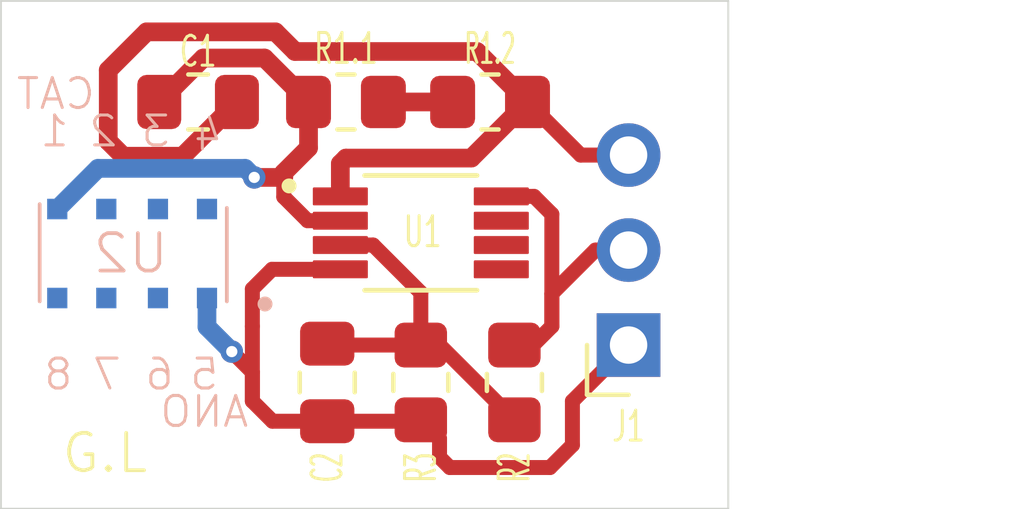
<source format=kicad_pcb>
(kicad_pcb (version 20240108) (generator "pcbnew") (generator_version "8.0")
  (layers (0 "F.Cu" signal) (31 "B.Cu" signal) (34 "B.Paste" user) (35 "F.Paste" user) (36 "B.SilkS" user "B.Silkscreen") (37 "F.SilkS" user "F.Silkscreen") (38 "B.Mask" user) (39 "F.Mask" user) (44 "Edge.Cuts" user))
  (net 0 "")
  (net 10 "Net-(U1--In_A)")
  (net 11 "Net-(U1-+In_A)")
  (net 12 "GND")
  (net 13 "Net-(R1.1-Pad2)")
  (net 14 "+3.3V")
  (net 15 "Net-(J1-Pin_3)")
  (footprint "Resistor_SMD:R_0805_2012Metric_Pad1.20x1.40mm_HandSolder" (layer "F.Cu") (at 29.65 24.525 90)
    (property "Reference" "R2" (at -2.275 0 -90) (layer "F.SilkS") (effects (font (size 0.8 0.4) (thickness 0.08) (bold yes))))
    (property "Value" "15K" (hide yes))
    (fp_line (start -0.227064 -0.735) (end 0.227064 -0.735) (stroke (width 0.12)) (layer "F.SilkS"))
    (fp_line (start -0.227064 0.735) (end 0.227064 0.735) (stroke (width 0.12)) (layer "F.SilkS"))
    (pad "1" smd roundrect (at -1 0 90) (size 1.2 1.4) (layers "F.Cu" "F.Paste" "F.Mask") (roundrect_rratio 0.208333) (net 11 "Net-(U1-+In_A)"))
    (pad "2" smd roundrect (at 1 0 90) (size 1.2 1.4) (layers "F.Cu" "F.Paste" "F.Mask") (roundrect_rratio 0.208333) (net 14 "+3.3V"))
  )
  (footprint "Capacitor_SMD:C_0805_2012Metric_Pad1.18x1.45mm_HandSolder" (layer "F.Cu") (at 24.65 24.525 90)
    (property "Reference" "C2" (at -2.275 0 -90) (layer "F.SilkS") (effects (font (size 0.8 0.4) (thickness 0.08) (bold yes))))
    (property "Value" "1uF" (hide yes))
    (fp_line (start -0.261252 -0.735) (end 0.261252 -0.735) (stroke (width 0.12)) (layer "F.SilkS"))
    (fp_line (start -0.261252 0.735) (end 0.261252 0.735) (stroke (width 0.12)) (layer "F.SilkS"))
    (pad "1" smd roundrect (at -1.0375 0 90) (size 1.175 1.45) (layers "F.Cu" "F.Paste" "F.Mask") (roundrect_rratio 0.212766) (net 12 "GND"))
    (pad "2" smd roundrect (at 1.0375 0 90) (size 1.175 1.45) (layers "F.Cu" "F.Paste" "F.Mask") (roundrect_rratio 0.212766) (net 11 "Net-(U1-+In_A)"))
  )
  (footprint "Resistor_SMD:R_0805_2012Metric_Pad1.20x1.40mm_HandSolder" (layer "F.Cu") (at 29 17.025)
    (property "Reference" "R1.2" (at 0 -1.425 0) (layer "F.SilkS") (effects (font (size 0.8 0.4) (thickness 0.08) (bold yes))))
    (property "Value" "1.8K" (hide yes))
    (fp_line (start -0.227064 -0.735) (end 0.227064 -0.735) (stroke (width 0.12)) (layer "F.SilkS"))
    (fp_line (start -0.227064 0.735) (end 0.227064 0.735) (stroke (width 0.12)) (layer "F.SilkS"))
    (pad "1" smd roundrect (at -1 0) (size 1.2 1.4) (layers "F.Cu" "F.Paste" "F.Mask") (roundrect_rratio 0.208333) (net 13 "Net-(R1.1-Pad2)"))
    (pad "2" smd roundrect (at 1 0) (size 1.2 1.4) (layers "F.Cu" "F.Paste" "F.Mask") (roundrect_rratio 0.208333) (net 15 "Net-(J1-Pin_3)"))
  )
  (footprint "Connector_PinSocket_2.54mm:PinSocket_1x03_P2.54mm_Horizontal" (layer "F.Cu") (at 32.7 23.525 180)
    (property "Reference" "J1" (at 0 -2.175 180) (layer "F.SilkS") (effects (font (size 0.8 0.5) (thickness 0.08))))
    (property "Value" "Conn_01x03" (hide yes))
    (fp_line (start 1.11 -1.33) (end 1.11 0) (stroke (width 0.12)) (layer "F.SilkS"))
    (fp_line (start 0 -1.33) (end 1.11 -1.33) (stroke (width 0.12)) (layer "F.SilkS"))
    (pad "1" thru_hole rect (at 0 0 180) (size 1.7 1.7) (drill 1) (layers "*.Cu" "*.Mask") (net 12 "GND"))
    (pad "2" thru_hole oval (at 0 2.54 180) (size 1.7 1.7) (drill 1) (layers "*.Cu" "*.Mask") (net 14 "+3.3V"))
    (pad "3" thru_hole oval (at 0 5.08 180) (size 1.7 1.7) (drill 1) (layers "*.Cu" "*.Mask") (net 15 "Net-(J1-Pin_3)"))
  )
  (footprint "Resistor_SMD:R_0805_2012Metric_Pad1.20x1.40mm_HandSolder" (layer "F.Cu") (at 25.15 17.025)
    (property "Reference" "R1.1" (at 0 -1.425 0) (layer "F.SilkS") (effects (font (size 0.8 0.5) (thickness 0.08))))
    (property "Value" "91K" (hide yes))
    (fp_line (start -0.227064 -0.735) (end 0.227064 -0.735) (stroke (width 0.12)) (layer "F.SilkS"))
    (fp_line (start -0.227064 0.735) (end 0.227064 0.735) (stroke (width 0.12)) (layer "F.SilkS"))
    (pad "1" smd roundrect (at -1 0) (size 1.2 1.4) (layers "F.Cu" "F.Paste" "F.Mask") (roundrect_rratio 0.208333) (net 10 "Net-(U1--In_A)"))
    (pad "2" smd roundrect (at 1 0) (size 1.2 1.4) (layers "F.Cu" "F.Paste" "F.Mask") (roundrect_rratio 0.208333) (net 13 "Net-(R1.1-Pad2)"))
  )
  (footprint "custon_library:opa2380-v2" (layer "F.Cu") (at 27.15 20.525)
    (property "Reference" "U1" (at 0.05 -0.025 0) (layer "F.SilkS") (effects (font (size 0.8 0.5) (thickness 0.08))))
    (property "Value" "~")
    (fp_line (start -1.5 -1.535) (end 1.5 -1.535) (stroke (width 0.127)) (layer "F.SilkS"))
    (fp_line (start -1.5 1.535) (end 1.5 1.535) (stroke (width 0.127)) (layer "F.SilkS"))
    (fp_circle (center -3.52 -1.255) (end -3.42 -1.255) (stroke (width 0.2)) (fill none) (layer "F.SilkS"))
    (pad "1" smd roundrect (at -2.15 -0.975) (size 1.47 0.48) (layers "F.Cu" "F.Paste" "F.Mask") (roundrect_rratio 0.06) (net 15 "Net-(J1-Pin_3)"))
    (pad "2" smd roundrect (at -2.15 -0.325) (size 1.47 0.48) (layers "F.Cu" "F.Paste" "F.Mask") (roundrect_rratio 0.06) (net 10 "Net-(U1--In_A)"))
    (pad "3" smd roundrect (at -2.15 0.325) (size 1.47 0.48) (layers "F.Cu" "F.Paste" "F.Mask") (roundrect_rratio 0.06) (net 11 "Net-(U1-+In_A)"))
    (pad "4" smd roundrect (at -2.15 0.975) (size 1.47 0.48) (layers "F.Cu" "F.Paste" "F.Mask") (roundrect_rratio 0.06) (net 12 "GND"))
    (pad "5" smd roundrect (at 2.15 0.975) (size 1.47 0.48) (layers "F.Cu" "F.Paste" "F.Mask") (roundrect_rratio 0.06))
    (pad "6" smd roundrect (at 2.15 0.325) (size 1.47 0.48) (layers "F.Cu" "F.Paste" "F.Mask") (roundrect_rratio 0.06))
    (pad "7" smd roundrect (at 2.15 -0.325) (size 1.47 0.48) (layers "F.Cu" "F.Paste" "F.Mask") (roundrect_rratio 0.06))
    (pad "8" smd roundrect (at 2.15 -0.975) (size 1.47 0.48) (layers "F.Cu" "F.Paste" "F.Mask") (roundrect_rratio 0.06) (net 14 "+3.3V"))
  )
  (footprint "Resistor_SMD:R_0805_2012Metric_Pad1.20x1.40mm_HandSolder" (layer "F.Cu") (at 27.15 24.525 90)
    (property "Reference" "R3" (at -2.275 0 -90) (layer "F.SilkS") (effects (font (size 0.8 0.4) (thickness 0.08) (bold yes))))
    (property "Value" "470" (hide yes))
    (fp_line (start -0.227064 -0.735) (end 0.227064 -0.735) (stroke (width 0.12)) (layer "F.SilkS"))
    (fp_line (start -0.227064 0.735) (end 0.227064 0.735) (stroke (width 0.12)) (layer "F.SilkS"))
    (pad "1" smd roundrect (at -1 0 90) (size 1.2 1.4) (layers "F.Cu" "F.Paste" "F.Mask") (roundrect_rratio 0.208333) (net 12 "GND"))
    (pad "2" smd roundrect (at 1 0 90) (size 1.2 1.4) (layers "F.Cu" "F.Paste" "F.Mask") (roundrect_rratio 0.208333) (net 11 "Net-(U1-+In_A)"))
  )
  (footprint "Capacitor_SMD:C_0805_2012Metric_Pad1.18x1.45mm_HandSolder" (layer "F.Cu") (at 21.2 17.025)
    (property "Reference" "C1" (at 0 -1.35 0) (layer "F.SilkS") (effects (font (size 0.8 0.5) (thickness 0.08))))
    (property "Value" "1.5pF" (hide yes))
    (fp_line (start -0.261252 -0.735) (end 0.261252 -0.735) (stroke (width 0.12)) (layer "F.SilkS"))
    (fp_line (start -0.261252 0.735) (end 0.261252 0.735) (stroke (width 0.12)) (layer "F.SilkS"))
    (pad "1" smd roundrect (at -1.0375 0) (size 1.175 1.45) (layers "F.Cu" "F.Paste" "F.Mask") (roundrect_rratio 0.212766) (net 10 "Net-(U1--In_A)"))
    (pad "2" smd roundrect (at 1.0375 0) (size 1.175 1.45) (layers "F.Cu" "F.Paste" "F.Mask") (roundrect_rratio 0.212766) (net 15 "Net-(J1-Pin_3)"))
  )
  (footprint "custon_library:vemd8080" (layer "B.Cu") (at 19.4475 17.1675 180)
    (property "Reference" "U2" (at 0.0475 -3.9075 0) (layer "B.SilkS") (effects (font (thickness 0.1)) (justify mirror)))
    (property "Value" "~")
    (fp_line (start 2.48 -5.19) (end 2.48 -2.59) (stroke (width 0.1)) (layer "B.SilkS"))
    (fp_line (start -2.52 -5.19) (end -2.52 -2.69) (stroke (width 0.1)) (layer "B.SilkS"))
    (fp_circle (center -3.54 -5.26) (end -3.44 -5.26) (stroke (width 0.2)) (fill none) (layer "B.SilkS"))
    (pad "1" smd rect (at -1.99 -2.72 180) (size 0.54 0.55) (layers "B.Cu" "B.Paste" "B.Mask"))
    (pad "2" smd rect (at -0.68 -2.72 180) (size 0.54 0.55) (layers "B.Cu" "B.Paste" "B.Mask"))
    (pad "3" smd rect (at 0.7 -2.72 180) (size 0.54 0.55) (layers "B.Cu" "B.Paste" "B.Mask"))
    (pad "4" smd rect (at 2.01 -2.72 180) (size 0.54 0.55) (layers "B.Cu" "B.Paste" "B.Mask") (net 10 "Net-(U1--In_A)"))
    (pad "5" smd rect (at -1.99 -5.1 180) (size 0.54 0.55) (layers "B.Cu" "B.Paste" "B.Mask") (net 12 "GND"))
    (pad "6" smd rect (at -0.68 -5.1 180) (size 0.54 0.55) (layers "B.Cu" "B.Paste" "B.Mask"))
    (pad "7" smd rect (at 0.7 -5.1 180) (size 0.54 0.55) (layers "B.Cu" "B.Paste" "B.Mask"))
    (pad "8" smd rect (at 2.01 -5.1 180) (size 0.54 0.55) (layers "B.Cu" "B.Paste" "B.Mask"))
  )
  (gr_rect (start 15.933 14.323) (end 35.364 27.902) (stroke (width 0.05)) (fill none) (layer "Edge.Cuts"))
  (gr_text "ANO\n" (at 22.6 25.775 0) (layer "B.SilkS") (effects (font (size 0.8 0.8) (thickness 0.08) (bold yes)) (justify left bottom mirror)))
  (gr_text "4" (at 21.9 18.375 0) (layer "B.SilkS") (effects (font (size 0.8 0.8) (thickness 0.08) (bold yes)) (justify left bottom mirror)))
  (gr_text "6" (at 20.6 24.775 0) (layer "B.SilkS") (effects (font (size 0.8 0.8) (thickness 0.08) (bold yes)) (justify left bottom mirror)))
  (gr_text "3" (at 20.5 18.275 0) (layer "B.SilkS") (effects (font (size 0.8 0.8) (thickness 0.08) (bold yes)) (justify left bottom mirror)))
  (gr_text "7" (at 19.2 24.775 0) (layer "B.SilkS") (effects (font (size 0.8 0.8) (thickness 0.08)) (justify left bottom mirror)))
  (gr_text "1" (at 17.8 18.275 0) (layer "B.SilkS") (effects (font (size 0.8 0.8) (thickness 0.08) (bold yes)) (justify left bottom mirror)))
  (gr_text "2" (at 19.1 18.275 0) (layer "B.SilkS") (effects (font (size 0.8 0.8) (thickness 0.08) (bold yes)) (justify left bottom mirror)))
  (gr_text "CAT" (at 18.5 17.275 0) (layer "B.SilkS") (effects (font (size 0.8 0.8) (thickness 0.08)) (justify left bottom mirror)))
  (gr_text "8" (at 17.9 24.775 0) (layer "B.SilkS") (effects (font (size 0.8 0.8) (thickness 0.08) (bold yes)) (justify left bottom mirror)))
  (gr_text "5" (at 21.8 24.775 0) (layer "B.SilkS") (effects (font (size 0.8 0.8) (thickness 0.08) (bold yes)) (justify left bottom mirror)))
  (gr_text "G.L\n" (at 17.5 27 0) (layer "F.SilkS") (effects (font (size 1 1) (thickness 0.1)) (justify left bottom)))
  (segment (start 24.15 18.253) (end 24.15 17.025) (width 0.5) (layer "F.Cu") (net 10))
  (segment (start 23.488 19.042) (end 23.488 18.915) (width 0.5) (layer "F.Cu") (net 10))
  (segment (start 22.975 15.85) (end 21.3375 15.85) (width 0.5) (layer "F.Cu") (net 10))
  (segment (start 24.125388 20.2) (end 23.488 19.562612) (width 0.4) (layer "F.Cu") (net 10))
  (segment (start 23.488 19.562612) (end 23.488 19.042) (width 0.4) (layer "F.Cu") (net 10))
  (segment (start 25 20.2) (end 24.125388 20.2) (width 0.4) (layer "F.Cu") (net 10))
  (segment (start 21.3375 15.85) (end 20.1625 17.025) (width 0.5) (layer "F.Cu") (net 10))
  (segment (start 22.7 19.042) (end 23.488 19.042) (width 0.5) (layer "F.Cu") (net 10))
  (segment (start 24.15 17.025) (end 22.975 15.85) (width 0.5) (layer "F.Cu") (net 10))
  (segment (start 23.488 18.915) (end 24.15 18.253) (width 0.5) (layer "F.Cu") (net 10))
  (via (at 22.7 19.042) (size 0.6) (drill 0.3) (layers "F.Cu" "B.Cu") (net 10))
  (segment (start 22.458 18.8) (end 18.525 18.8) (width 0.5) (layer "B.Cu") (net 10))
  (segment (start 22.7 19.042) (end 22.458 18.8) (width 0.5) (layer "B.Cu") (net 10))
  (segment (start 18.525 18.8) (end 17.4375 19.8875) (width 0.5) (layer "B.Cu") (net 10))
  (segment (start 27.15 22.125388) (end 27.15 23.525) (width 0.4) (layer "F.Cu") (net 11))
  (segment (start 25.874612 20.85) (end 27.15 22.125388) (width 0.4) (layer "F.Cu") (net 11))
  (segment (start 27.65 23.525) (end 29.65 25.525) (width 0.4) (layer "F.Cu") (net 11))
  (segment (start 27.15 23.525) (end 27.65 23.525) (width 0.4) (layer "F.Cu") (net 11))
  (segment (start 24.6875 23.525) (end 24.65 23.4875) (width 0.4) (layer "F.Cu") (net 11))
  (segment (start 25 20.85) (end 25.874612 20.85) (width 0.4) (layer "F.Cu") (net 11))
  (segment (start 27.15 23.525) (end 24.6875 23.525) (width 0.4) (layer "F.Cu") (net 11))
  (segment (start 22.65 23.025) (end 22.65 22.025) (width 0.4) (layer "F.Cu") (net 12))
  (segment (start 26.6125 25.5625) (end 24.65 25.5625) (width 0.4) (layer "F.Cu") (net 12))
  (segment (start 31.2 25.025) (end 32.7 23.525) (width 0.4) (layer "F.Cu") (net 12))
  (segment (start 24.65 25.5625) (end 23.1875 25.5625) (width 0.4) (layer "F.Cu") (net 12))
  (segment (start 27.65 26.525) (end 27.925 26.8) (width 0.4) (layer "F.Cu") (net 12))
  (segment (start 30.6 26.8) (end 31.2 26.2) (width 0.4) (layer "F.Cu") (net 12))
  (segment (start 22.65 22.025) (end 23.175 21.5) (width 0.4) (layer "F.Cu") (net 12))
  (segment (start 27.925 26.8) (end 30.6 26.8) (width 0.4) (layer "F.Cu") (net 12))
  (segment (start 27.65 26.025) (end 27.65 26.525) (width 0.4) (layer "F.Cu") (net 12))
  (segment (start 24.675 21.5) (end 24.65 21.525) (width 0.2) (layer "F.Cu") (net 12))
  (segment (start 25 21.5) (end 24.675 21.5) (width 0.2) (layer "F.Cu") (net 12))
  (segment (start 22.65 25.025) (end 22.65 23.025) (width 0.4) (layer "F.Cu") (net 12))
  (segment (start 31.2 26.2) (end 31.2 25.025) (width 0.4) (layer "F.Cu") (net 12))
  (segment (start 22.1 23.7) (end 22.65 24.25) (width 0.4) (layer "F.Cu") (net 12))
  (segment (start 23.1875 25.5625) (end 22.65 25.025) (width 0.4) (layer "F.Cu") (net 12))
  (segment (start 25 21.5) (end 23.175 21.5) (width 0.4) (layer "F.Cu") (net 12))
  (segment (start 26.65 25.525) (end 26.6125 25.5625) (width 0.2) (layer "F.Cu") (net 12))
  (segment (start 27.15 25.525) (end 26.65 25.525) (width 0.4) (layer "F.Cu") (net 12))
  (segment (start 22.65 24.25) (end 22.65 25.025) (width 0.4) (layer "F.Cu") (net 12))
  (segment (start 27.15 25.525) (end 27.65 26.025) (width 0.4) (layer "F.Cu") (net 12))
  (via (at 22.1 23.7) (size 0.6) (drill 0.3) (layers "F.Cu" "B.Cu") (net 12))
  (segment (start 22.1 23.7) (end 21.4375 23.0375) (width 0.5) (layer "B.Cu") (net 12))
  (segment (start 21.4375 23.0375) (end 21.4375 22.2675) (width 0.5) (layer "B.Cu") (net 12))
  (segment (start 28 17.025) (end 26.15 17.025) (width 0.5) (layer "F.Cu") (net 13))
  (segment (start 30.65 20.025) (end 30.175 19.55) (width 0.4) (layer "F.Cu") (net 14))
  (segment (start 30.175 19.55) (end 29.3 19.55) (width 0.4) (layer "F.Cu") (net 14))
  (segment (start 30.15 23.525) (end 30.65 23.025) (width 0.4) (layer "F.Cu") (net 14))
  (segment (start 31.815 20.985) (end 32.7 20.985) (width 0.4) (layer "F.Cu") (net 14))
  (segment (start 30.65 22.15) (end 31.815 20.985) (width 0.4) (layer "F.Cu") (net 14))
  (segment (start 30.65 23.025) (end 30.65 20.025) (width 0.4) (layer "F.Cu") (net 14))
  (segment (start 29.65 23.525) (end 30.15 23.525) (width 0.2) (layer "F.Cu") (net 14))
  (segment (start 30.65 23.025) (end 30.65 22.15) (width 0.4) (layer "F.Cu") (net 14))
  (segment (start 18.8 16.175) (end 18.8 18.075) (width 0.5) (layer "F.Cu") (net 15))
  (segment (start 18.8 18.075) (end 19.2 18.475) (width 0.5) (layer "F.Cu") (net 15))
  (segment (start 31.42 18.445) (end 32.7 18.445) (width 0.4) (layer "F.Cu") (net 15))
  (segment (start 19.2 18.475) (end 20.7875 18.475) (width 0.5) (layer "F.Cu") (net 15))
  (segment (start 30 17.025) (end 28.5 18.525) (width 0.5) (layer "F.Cu") (net 15))
  (segment (start 23.26495 15.15) (end 19.825 15.15) (width 0.5) (layer "F.Cu") (net 15))
  (segment (start 23.78995 15.675) (end 23.26495 15.15) (width 0.5) (layer "F.Cu") (net 15))
  (segment (start 28.5 18.525) (end 25.15 18.525) (width 0.5) (layer "F.Cu") (net 15))
  (segment (start 19.825 15.15) (end 18.8 16.175) (width 0.5) (layer "F.Cu") (net 15))
  (segment (start 28.65 15.675) (end 23.78995 15.675) (width 0.5) (layer "F.Cu") (net 15))
  (segment (start 25.15 18.525) (end 25 18.675) (width 0.5) (layer "F.Cu") (net 15))
  (segment (start 20.7875 18.475) (end 22.2375 17.025) (width 0.5) (layer "F.Cu") (net 15))
  (segment (start 25 18.675) (end 25 19.51) (width 0.5) (layer "F.Cu") (net 15))
  (segment (start 25 18.675) (end 25 19.55) (width 0.2) (layer "F.Cu") (net 15))
  (segment (start 30 17.025) (end 31.42 18.445) (width 0.4) (layer "F.Cu") (net 15))
  (segment (start 30 17.025) (end 28.65 15.675) (width 0.5) (layer "F.Cu") (net 15))
)
</source>
